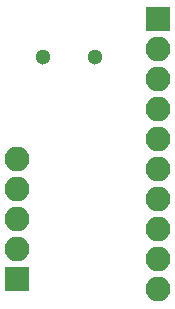
<source format=gbs>
G04 #@! TF.GenerationSoftware,KiCad,Pcbnew,(5.0.0)*
G04 #@! TF.CreationDate,2018-09-18T20:25:08+02:00*
G04 #@! TF.ProjectId,pcb_relay_main,7063625F72656C61795F6D61696E2E6B,rev?*
G04 #@! TF.SameCoordinates,PXeb14aa0PY7f13bd0*
G04 #@! TF.FileFunction,Soldermask,Bot*
G04 #@! TF.FilePolarity,Negative*
%FSLAX46Y46*%
G04 Gerber Fmt 4.6, Leading zero omitted, Abs format (unit mm)*
G04 Created by KiCad (PCBNEW (5.0.0)) date 09/18/18 20:25:08*
%MOMM*%
%LPD*%
G01*
G04 APERTURE LIST*
%ADD10O,2.100000X2.100000*%
%ADD11R,2.100000X2.100000*%
%ADD12C,1.300000*%
G04 APERTURE END LIST*
D10*
G04 #@! TO.C,J3*
X13500000Y-24610000D03*
X13500000Y-22070000D03*
X13500000Y-19530000D03*
X13500000Y-16990000D03*
X13500000Y-14450000D03*
X13500000Y-11910000D03*
X13500000Y-9370000D03*
X13500000Y-6830000D03*
X13500000Y-4290000D03*
D11*
X13500000Y-1750000D03*
G04 #@! TD*
D10*
G04 #@! TO.C,J1*
X1500000Y-13590000D03*
X1500000Y-16130000D03*
X1500000Y-18670000D03*
X1500000Y-21210000D03*
D11*
X1500000Y-23750000D03*
G04 #@! TD*
D12*
G04 #@! TO.C,J2*
X3775000Y-4925000D03*
X8175000Y-4925000D03*
G04 #@! TD*
M02*

</source>
